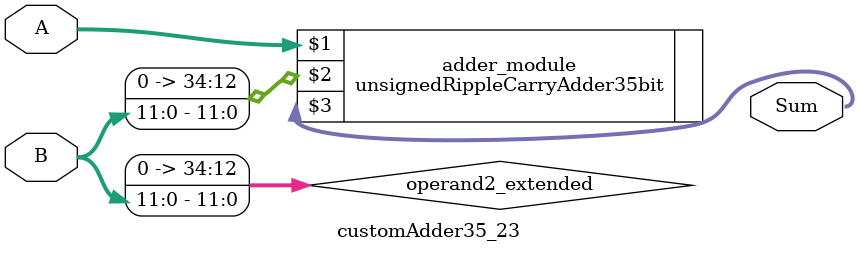
<source format=v>
module customAdder35_23(
                        input [34 : 0] A,
                        input [11 : 0] B,
                        
                        output [35 : 0] Sum
                );

        wire [34 : 0] operand2_extended;
        
        assign operand2_extended =  {23'b0, B};
        
        unsignedRippleCarryAdder35bit adder_module(
            A,
            operand2_extended,
            Sum
        );
        
        endmodule
        
</source>
